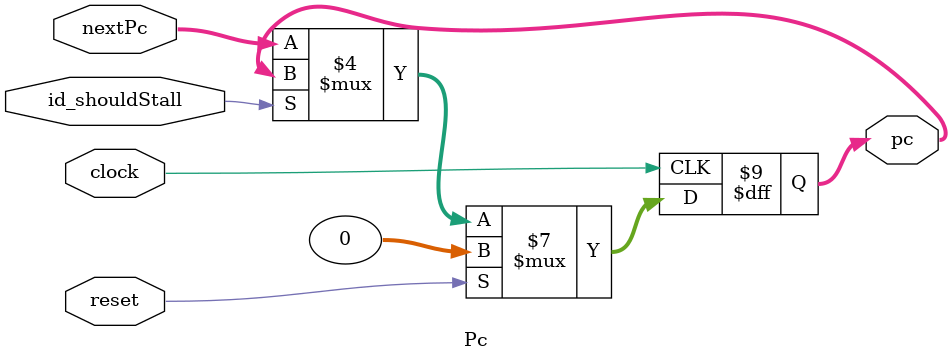
<source format=v>

`timescale 1ns / 1ps

module Pc (

		input clock,
		input reset,

		input id_shouldStall,

		input [31:0] nextPc,
		output reg [31:0] pc = 0
	);

	always @(posedge clock) begin
		if (reset) begin
			pc <= 0;
		end else if (id_shouldStall) begin
			pc <= pc;
		end else begin
			pc <= nextPc;
		end
	end
endmodule

</source>
